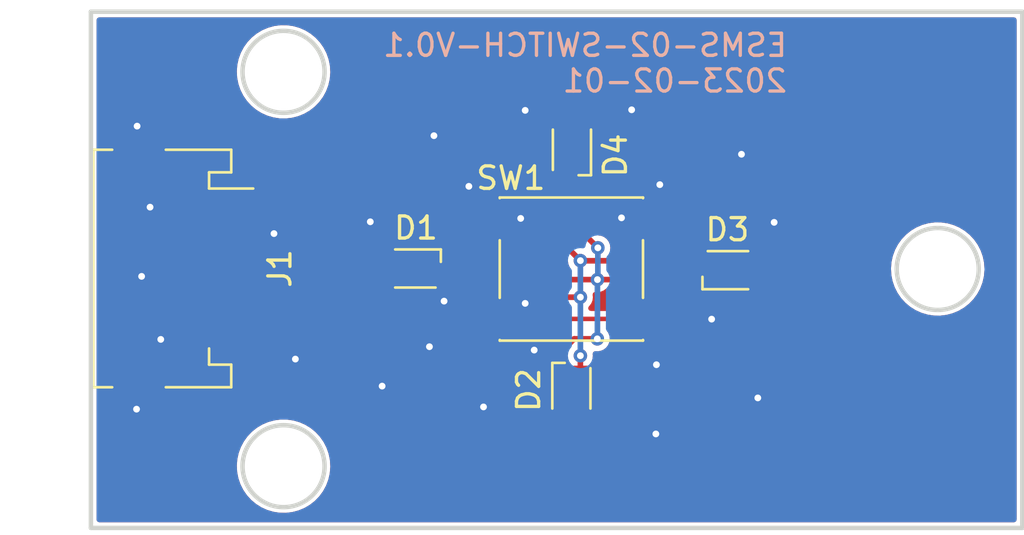
<source format=kicad_pcb>
(kicad_pcb (version 20221018) (generator pcbnew)
  (title_block (title "ESMS-01-Switch") (date "2023-02-01") (rev "V0.1") (company "ESMS-01-Switch副板，V0.1，42x23.3x1.6mm ，FR4，2层，绿油白字，无铅喷锡"))
  (layers (0 "F.Cu" signal) (31 "B.Cu" signal) (34 "B.Paste" user) (35 "F.Paste" user) (36 "B.SilkS" user "B.Silkscreen") (37 "F.SilkS" user "F.Silkscreen") (38 "B.Mask" user) (39 "F.Mask" user) (44 "Edge.Cuts" user))
  (net 0 "")
  (net 1 "+3V3")
  (net 2 "/RED")
  (net 3 "/BLUE")
  (net 4 "GND")
  (net 5 "/START")
  (footprint "Ovo_Connector_JST:JST_ZH_S5B-ZR-SM4-TF_1x05-1MP_P1.50mm_Horizontal" (layer "F.Cu") (at 136.781225 88.646237 -90)
    (fp_text reference "J1" (at 0 -4.25 90) (layer "F.SilkS"))
    (fp_text value "ZH1.5MM/5AWSMT")
    (fp_line (start -5.36 -2.06) (end -4.34 -2.06) (stroke (width 0.12)) (layer "F.SilkS"))
    (fp_line (start -5.36 0.89) (end -5.36 -2.06) (stroke (width 0.12)) (layer "F.SilkS"))
    (fp_line (start -5.36 3.31) (end -5.36 4.16) (stroke (width 0.12)) (layer "F.SilkS"))
    (fp_line (start -5.36 4.16) (end 5.36 4.16) (stroke (width 0.12)) (layer "F.SilkS"))
    (fp_line (start -4.34 -2.06) (end -4.34 -1.06) (stroke (width 0.12)) (layer "F.SilkS"))
    (fp_line (start -4.34 -1.06) (end -3.61 -1.06) (stroke (width 0.12)) (layer "F.SilkS"))
    (fp_line (start -3.61 -1.06) (end -3.61 -3.05) (stroke (width 0.12)) (layer "F.SilkS"))
    (fp_line (start 4.34 -2.06) (end 4.34 -1.06) (stroke (width 0.12)) (layer "F.SilkS"))
    (fp_line (start 4.34 -1.06) (end 3.61 -1.06) (stroke (width 0.12)) (layer "F.SilkS"))
    (fp_line (start 5.36 -2.06) (end 4.34 -2.06) (stroke (width 0.12)) (layer "F.SilkS"))
    (fp_line (start 5.36 0.89) (end 5.36 -2.06) (stroke (width 0.12)) (layer "F.SilkS"))
    (fp_line (start 5.36 4.16) (end 5.36 3.31) (stroke (width 0.12)) (layer "F.SilkS"))
    (pad "1" smd roundrect (at -3 -1.65 270) (size 0.7 2.8) (layers "F.Cu" "F.Paste" "F.Mask") (net 4 "GND"))
    (pad "2" smd roundrect (at -1.5 -1.65 270) (size 0.7 2.8) (layers "F.Cu" "F.Paste" "F.Mask") (net 5 "/START"))
    (pad "3" smd roundrect (at 0 -1.65 270) (size 0.7 2.8) (layers "F.Cu" "F.Paste" "F.Mask") (net 1 "+3V3"))
    (pad "4" smd roundrect (at 1.5 -1.65 270) (size 0.7 2.8) (layers "F.Cu" "F.Paste" "F.Mask") (net 2 "/RED"))
    (pad "5" smd roundrect (at 3 -1.65 270) (size 0.7 2.8) (layers "F.Cu" "F.Paste" "F.Mask") (net 3 "/BLUE"))
    (pad "MP" smd roundrect (at -4.95 2.1 270) (size 1.1 1.9) (layers "F.Cu" "F.Paste" "F.Mask") (roundrect_rratio 0.2272727273) (net 4 "GND"))
    (pad "MP" smd roundrect (at 4.95 2.1 270) (size 1.1 1.9) (layers "F.Cu" "F.Paste" "F.Mask") (roundrect_rratio 0.2272727273) (net 4 "GND"))
  )
  (footprint "Ovo_LED_SMD:LED_Dual_1.6x1.5mm" (layer "F.Cu") (at 161.240425 88.722437 180)
    (fp_text reference "D3" (at 0.0254 1.8288 unlocked) (layer "F.SilkS"))
    (fp_text value "LED_Dual_Red_Blue_AKAK")
    (fp_line (start -0.91 -0.86) (end 1.15 -0.86) (stroke (width 0.12)) (layer "F.SilkS"))
    (fp_line (start -0.91 0.86) (end 0.91 0.86) (stroke (width 0.12)) (layer "F.SilkS"))
    (fp_line (start 1.15 -0.86) (end 1.15 -0.3) (stroke (width 0.12)) (layer "F.SilkS"))
    (pad "1" smd rect (at -0.625 0.425 180) (size 0.8 0.65) (layers "F.Cu" "F.Paste" "F.Mask") (net 1 "+3V3"))
    (pad "2" smd rect (at 0.625 0.425 180) (size 0.8 0.65) (layers "F.Cu" "F.Paste" "F.Mask") (net 2 "/RED"))
    (pad "3" smd rect (at -0.625 -0.425 180) (size 0.8 0.65) (layers "F.Cu" "F.Paste" "F.Mask") (net 1 "+3V3"))
    (pad "4" smd rect (at 0.625 -0.425 180) (size 0.8 0.65) (layers "F.Cu" "F.Paste" "F.Mask") (net 3 "/BLUE"))
  )
  (footprint "Button_Switch_SMD:SW_Push_1P1T_NO_6x6mm_H9.5mm" (layer "F.Cu") (at 154.179225 88.671637)
    (fp_text reference "SW1" (at -2.730398 -4.104208) (layer "F.SilkS") (effects (font (size 1.016 1.016))))
    (fp_text value "6x6x5.0mm/250gf")
    (fp_line (start -3.23 -3.23) (end 3.23 -3.23) (stroke (width 0.12)) (layer "F.SilkS"))
    (fp_line (start -3.23 -3.2) (end -3.23 -3.23) (stroke (width 0.12)) (layer "F.SilkS"))
    (fp_line (start -3.23 -1.3) (end -3.23 1.3) (stroke (width 0.12)) (layer "F.SilkS"))
    (fp_line (start -3.23 3.23) (end -3.23 3.2) (stroke (width 0.12)) (layer "F.SilkS"))
    (fp_line (start -3.23 3.23) (end 3.23 3.23) (stroke (width 0.12)) (layer "F.SilkS"))
    (fp_line (start 3.23 -3.23) (end 3.23 -3.2) (stroke (width 0.12)) (layer "F.SilkS"))
    (fp_line (start 3.23 -1.3) (end 3.23 1.3) (stroke (width 0.12)) (layer "F.SilkS"))
    (fp_line (start 3.23 3.23) (end 3.23 3.2) (stroke (width 0.12)) (layer "F.SilkS"))
    (pad "1" smd rect (at -3.975 -2.25) (size 1.55 1.3) (layers "F.Cu" "F.Paste" "F.Mask") (net 4 "GND"))
    (pad "1" smd rect (at 3.975 -2.25) (size 1.55 1.3) (layers "F.Cu" "F.Paste" "F.Mask") (net 4 "GND"))
    (pad "2" smd rect (at -3.975 2.25) (size 1.55 1.3) (layers "F.Cu" "F.Paste" "F.Mask") (net 5 "/START"))
    (pad "2" smd rect (at 3.975 2.25) (size 1.55 1.3) (layers "F.Cu" "F.Paste" "F.Mask") (net 5 "/START"))
  )
  (footprint "Ovo_LED_SMD:LED_Dual_1.6x1.5mm" (layer "F.Cu") (at 154.204625 83.286837 -90)
    (fp_text reference "D4" (at 0.254 -1.9558 90 unlocked) (layer "F.SilkS"))
    (fp_text value "LED_Dual_Red_Blue_AKAK")
    (fp_line (start -0.91 -0.86) (end 1.15 -0.86) (stroke (width 0.12)) (layer "F.SilkS"))
    (fp_line (start -0.91 0.86) (end 0.91 0.86) (stroke (width 0.12)) (layer "F.SilkS"))
    (fp_line (start 1.15 -0.86) (end 1.15 -0.3) (stroke (width 0.12)) (layer "F.SilkS"))
    (pad "1" smd rect (at -0.625 0.425 270) (size 0.8 0.65) (layers "F.Cu" "F.Paste" "F.Mask") (net 1 "+3V3"))
    (pad "2" smd rect (at 0.625 0.425 270) (size 0.8 0.65) (layers "F.Cu" "F.Paste" "F.Mask") (net 2 "/RED"))
    (pad "3" smd rect (at -0.625 -0.425 270) (size 0.8 0.65) (layers "F.Cu" "F.Paste" "F.Mask") (net 1 "+3V3"))
    (pad "4" smd rect (at 0.625 -0.425 270) (size 0.8 0.65) (layers "F.Cu" "F.Paste" "F.Mask") (net 3 "/BLUE"))
  )
  (footprint "Ovo_LED_SMD:LED_Dual_1.6x1.5mm" (layer "F.Cu") (at 147.143425 88.646237)
    (fp_text reference "D1" (at 0.0254 -1.8288 unlocked) (layer "F.SilkS"))
    (fp_text value "LED_Dual_Red_Blue_AKAK")
    (fp_line (start -0.91 -0.86) (end 1.15 -0.86) (stroke (width 0.12)) (layer "F.SilkS"))
    (fp_line (start -0.91 0.86) (end 0.91 0.86) (stroke (width 0.12)) (layer "F.SilkS"))
    (fp_line (start 1.15 -0.86) (end 1.15 -0.3) (stroke (width 0.12)) (layer "F.SilkS"))
    (pad "1" smd rect (at -0.625 0.425) (size 0.8 0.65) (layers "F.Cu" "F.Paste" "F.Mask") (net 1 "+3V3"))
    (pad "2" smd rect (at 0.625 0.425) (size 0.8 0.65) (layers "F.Cu" "F.Paste" "F.Mask") (net 2 "/RED"))
    (pad "3" smd rect (at -0.625 -0.425) (size 0.8 0.65) (layers "F.Cu" "F.Paste" "F.Mask") (net 1 "+3V3"))
    (pad "4" smd rect (at 0.625 -0.425) (size 0.8 0.65) (layers "F.Cu" "F.Paste" "F.Mask") (net 3 "/BLUE"))
  )
  (footprint "Ovo_LED_SMD:LED_Dual_1.6x1.5mm" (layer "F.Cu") (at 154.179225 94.056437 90)
    (fp_text reference "D2" (at -0.0762 -1.9304 90 unlocked) (layer "F.SilkS"))
    (fp_text value "LED_Dual_Red_Blue_AKAK")
    (fp_line (start -0.91 -0.86) (end 1.15 -0.86) (stroke (width 0.12)) (layer "F.SilkS"))
    (fp_line (start -0.91 0.86) (end 0.91 0.86) (stroke (width 0.12)) (layer "F.SilkS"))
    (fp_line (start 1.15 -0.86) (end 1.15 -0.3) (stroke (width 0.12)) (layer "F.SilkS"))
    (pad "1" smd rect (at -0.625 0.425 90) (size 0.8 0.65) (layers "F.Cu" "F.Paste" "F.Mask") (net 1 "+3V3"))
    (pad "2" smd rect (at 0.625 0.425 90) (size 0.8 0.65) (layers "F.Cu" "F.Paste" "F.Mask") (net 2 "/RED"))
    (pad "3" smd rect (at -0.625 -0.425 90) (size 0.8 0.65) (layers "F.Cu" "F.Paste" "F.Mask") (net 1 "+3V3"))
    (pad "4" smd rect (at 0.625 -0.425 90) (size 0.8 0.65) (layers "F.Cu" "F.Paste" "F.Mask") (net 3 "/BLUE"))
  )
  (gr_circle (center 170.7 88.669) (end 172.55 88.669) (stroke (width 0.2)) (fill none) (layer "Edge.Cuts"))
  (gr_circle (center 141.2 79.769) (end 143.05 79.769) (stroke (width 0.2)) (fill none) (layer "Edge.Cuts"))
  (gr_circle (center 141.2 97.569) (end 143.05 97.569) (stroke (width 0.2)) (fill none) (layer "Edge.Cuts"))
  (gr_line (start 174.513025 77.055637) (end 132.513025 77.055637) (stroke (width 0.2)) (layer "Edge.Cuts"))
  (gr_line (start 132.513025 100.355637) (end 174.513025 100.355637) (stroke (width 0.2)) (layer "Edge.Cuts"))
  (gr_line (start 132.513025 100.355637) (end 132.513025 77.055637) (stroke (width 0.2)) (layer "Edge.Cuts"))
  (gr_line (start 174.513025 77.055637) (end 174.513025 100.355637) (stroke (width 0.2)) (layer "Edge.Cuts"))
  (gr_text "ESMS-02-SWITCH-${REVISION}\n${ISSUE_DATE}" (at 163.989825 79.376237) (layer "B.SilkS") (effects (font (size 1 1)) (justify left mirror)))
  (segment (start 146.093425 88.646237) (end 138.431225 88.646237) (width 0.508) (layer "F.Cu") (net 1))
  (segment (start 153.779625 82.661837) (end 154.629625 82.661837) (width 0.508) (layer "F.Cu") (net 1))
  (segment (start 161.865425 85.613637) (end 161.865425 88.297437) (width 0.508) (layer "F.Cu") (net 1))
  (segment (start 146.518425 89.071237) (end 146.518425 88.221237) (width 0.508) (layer "F.Cu") (net 1))
  (segment (start 154.629625 82.661837) (end 158.913625 82.661837) (width 0.508) (layer "F.Cu") (net 1))
  (segment (start 146.518425 86.426437) (end 150.283025 82.661837) (width 0.508) (layer "F.Cu") (net 1))
  (segment (start 146.518425 88.221237) (end 146.518425 86.426437) (width 0.508) (layer "F.Cu") (net 1))
  (segment (start 153.754225 94.681437) (end 154.604225 94.681437) (width 0.508) (layer "F.Cu") (net 1))
  (segment (start 161.865425 92.059837) (end 161.865425 89.147437) (width 0.508) (layer "F.Cu") (net 1))
  (segment (start 158.913625 82.661837) (end 161.865425 85.613637) (width 0.508) (layer "F.Cu") (net 1))
  (segment (start 150.283025 82.661837) (end 153.779625 82.661837) (width 0.508) (layer "F.Cu") (net 1))
  (segment (start 161.865425 89.147437) (end 161.865425 88.297437) (width 0.508) (layer "F.Cu") (net 1))
  (segment (start 159.243825 94.681437) (end 161.865425 92.059837) (width 0.508) (layer "F.Cu") (net 1))
  (segment (start 154.604225 94.681437) (end 159.243825 94.681437) (width 0.508) (layer "F.Cu") (net 1))
  (segment (start 146.518425 89.071237) (end 146.093425 88.646237) (width 0.508) (layer "F.Cu") (net 1))
  (segment (start 160.615425 88.297437) (end 154.592425 88.297437) (width 0.254) (layer "F.Cu") (net 2))
  (segment (start 153.779625 87.484637) (end 153.779625 83.911837) (width 0.254) (layer "F.Cu") (net 2))
  (segment (start 154.585625 88.290637) (end 153.779625 87.484637) (width 0.254) (layer "F.Cu") (net 2))
  (segment (start 147.768425 89.071237) (end 152.115025 89.071237) (width 0.254) (layer "F.Cu") (net 2))
  (segment (start 147.768425 89.071237) (end 146.694825 90.144837) (width 0.254) (layer "F.Cu") (net 2))
  (segment (start 138.432625 90.144837) (end 138.431225 90.146237) (width 0.254) (layer "F.Cu") (net 2))
  (segment (start 154.585625 92.583237) (end 154.585625 93.412837) (width 0.254) (layer "F.Cu") (net 2))
  (segment (start 154.585625 93.412837) (end 154.604225 93.431437) (width 0.254) (layer "F.Cu") (net 2))
  (segment (start 152.115025 89.071237) (end 152.985425 89.941637) (width 0.254) (layer "F.Cu") (net 2))
  (segment (start 152.985425 89.941637) (end 154.585625 89.941637) (width 0.254) (layer "F.Cu") (net 2))
  (segment (start 146.694825 90.144837) (end 138.432625 90.144837) (width 0.254) (layer "F.Cu") (net 2))
  (segment (start 154.592425 88.297437) (end 154.585625 88.290637) (width 0.254) (layer "F.Cu") (net 2))
  (via (at 154.585625 92.583237) (size 0.6096) (drill 0.3048) (layers "F.Cu" "B.Cu") (net 2))
  (via (at 154.585625 89.941637) (size 0.6096) (drill 0.3048) (layers "F.Cu" "B.Cu") (net 2))
  (via (at 154.585625 88.290637) (size 0.6096) (drill 0.3048) (layers "F.Cu" "B.Cu") (net 2))
  (segment (start 154.585625 88.290637) (end 154.585625 89.941637) (width 0.254) (layer "B.Cu") (net 2))
  (segment (start 154.585625 89.941637) (end 154.585625 92.583237) (width 0.254) (layer "B.Cu") (net 2))
  (segment (start 153.701625 89.147437) (end 152.775425 88.221237) (width 0.254) (layer "F.Cu") (net 3))
  (segment (start 154.629625 83.911837) (end 154.629625 86.970337) (width 0.254) (layer "F.Cu") (net 3))
  (segment (start 154.629625 86.970337) (end 155.373025 87.713737) (width 0.254) (layer "F.Cu") (net 3))
  (segment (start 153.754225 92.386837) (end 153.754225 93.431437) (width 0.254) (layer "F.Cu") (net 3))
  (segment (start 138.484825 91.592637) (end 138.431225 91.646237) (width 0.254) (layer "F.Cu") (net 3))
  (segment (start 155.347625 91.821237) (end 154.306225 91.821237) (width 0.254) (layer "F.Cu") (net 3))
  (segment (start 153.747425 92.380037) (end 153.754225 92.386837) (width 0.254) (layer "F.Cu") (net 3))
  (segment (start 146.899425 93.431437) (end 145.060625 91.592637) (width 0.254) (layer "F.Cu") (net 3))
  (segment (start 153.754225 93.431437) (end 146.899425 93.431437) (width 0.254) (layer "F.Cu") (net 3))
  (segment (start 145.060625 91.592637) (end 138.484825 91.592637) (width 0.254) (layer "F.Cu") (net 3))
  (segment (start 160.615425 89.147437) (end 155.354425 89.147437) (width 0.254) (layer "F.Cu") (net 3))
  (segment (start 155.354425 89.147437) (end 153.701625 89.147437) (width 0.254) (layer "F.Cu") (net 3))
  (segment (start 154.306225 91.821237) (end 153.747425 92.380037) (width 0.254) (layer "F.Cu") (net 3))
  (segment (start 147.768425 88.221237) (end 152.775425 88.221237) (width 0.254) (layer "F.Cu") (net 3))
  (via (at 155.354425 89.147437) (size 0.6096) (drill 0.3048) (layers "F.Cu" "B.Cu") (net 3))
  (via (at 155.373025 87.713737) (size 0.6096) (drill 0.3048) (layers "F.Cu" "B.Cu") (net 3))
  (via (at 155.347625 91.821237) (size 0.6096) (drill 0.3048) (layers "F.Cu" "B.Cu") (net 3))
  (segment (start 155.373025 87.713737) (end 155.373025 89.128837) (width 0.254) (layer "B.Cu") (net 3))
  (segment (start 155.373025 89.128837) (end 155.354425 89.147437) (width 0.254) (layer "B.Cu") (net 3))
  (segment (start 155.354425 89.147437) (end 155.354425 91.814437) (width 0.254) (layer "B.Cu") (net 3))
  (segment (start 155.354425 91.814437) (end 155.347625 91.821237) (width 0.254) (layer "B.Cu") (net 3))
  (via (at 145.644825 93.954837) (size 0.6096) (drill 0.3048) (layers "F.Cu" "B.Cu") (net 4))
  (via (at 156.439825 86.360237) (size 0.6096) (drill 0.3048) (layers "F.Cu" "B.Cu") (net 4))
  (via (at 156.897025 81.483437) (size 0.6096) (drill 0.3048) (layers "F.Cu" "B.Cu") (net 4))
  (via (at 150.216825 94.894637) (size 0.6096) (drill 0.3048) (layers "F.Cu" "B.Cu") (net 4))
  (via (at 158.014625 92.989637) (size 0.6096) (drill 0.3048) (layers "F.Cu" "B.Cu") (net 4))
  (via (at 141.733225 92.735637) (size 0.6096) (drill 0.3048) (layers "F.Cu" "B.Cu") (net 4))
  (via (at 134.595825 82.220037) (size 0.6096) (drill 0.3048) (layers "F.Cu" "B.Cu") (net 4))
  (via (at 140.768025 87.071437) (size 0.6096) (drill 0.3048) (layers "F.Cu" "B.Cu") (net 4))
  (via (at 149.556425 84.937837) (size 0.6096) (drill 0.3048) (layers "F.Cu" "B.Cu") (net 4))
  (via (at 151.893225 86.385637) (size 0.6096) (drill 0.3048) (layers "F.Cu" "B.Cu") (net 4))
  (via (at 152.502825 92.329237) (size 0.6096) (drill 0.3048) (layers "F.Cu" "B.Cu") (net 4))
  (via (at 135.662625 91.846637) (size 0.6096) (drill 0.3048) (layers "F.Cu" "B.Cu") (net 4))
  (via (at 134.799025 89.001837) (size 0.6096) (drill 0.3048) (layers "F.Cu" "B.Cu") (net 4))
  (via (at 160.503825 90.932237) (size 0.6096) (drill 0.3048) (layers "F.Cu" "B.Cu") (net 4))
  (via (at 145.111425 86.538037) (size 0.6096) (drill 0.3048) (layers "F.Cu" "B.Cu") (net 4))
  (via (at 161.850025 83.490037) (size 0.6096) (drill 0.3048) (layers "F.Cu" "B.Cu") (net 4))
  (via (at 152.096425 90.221037) (size 0.6096) (drill 0.3048) (layers "F.Cu" "B.Cu") (net 4))
  (via (at 163.323225 86.563437) (size 0.6096) (drill 0.3048) (layers "F.Cu" "B.Cu") (net 4))
  (via (at 152.096425 81.508837) (size 0.6096) (drill 0.3048) (layers "F.Cu" "B.Cu") (net 4))
  (via (at 134.570425 94.996237) (size 0.6096) (drill 0.3048) (layers "F.Cu" "B.Cu") (net 4))
  (via (at 148.438825 90.119437) (size 0.6096) (drill 0.3048) (layers "F.Cu" "B.Cu") (net 4))
  (via (at 157.989225 96.113837) (size 0.6096) (drill 0.3048) (layers "F.Cu" "B.Cu") (net 4))
  (via (at 147.981625 82.651837) (size 0.6096) (drill 0.3048) (layers "F.Cu" "B.Cu") (net 4))
  (via (at 162.586625 94.488237) (size 0.6096) (drill 0.3048) (layers "F.Cu" "B.Cu") (net 4))
  (via (at 158.167025 84.861637) (size 0.6096) (drill 0.3048) (layers "F.Cu" "B.Cu") (net 4))
  (via (at 147.778425 92.176837) (size 0.6096) (drill 0.3048) (layers "F.Cu" "B.Cu") (net 4))
  (via (at 135.180025 85.877637) (size 0.6096) (drill 0.3048) (layers "F.Cu" "B.Cu") (net 4))
  (segment (start 136.476825 87.146237) (end 138.431225 87.146237) (width 0.2032) (layer "F.Cu") (net 5))
  (segment (start 150.204225 90.921637) (end 136.744225 90.921637) (width 0.2032) (layer "F.Cu") (net 5))
  (segment (start 136.744225 90.921637) (end 136.069025 90.246437) (width 0.2032) (layer "F.Cu") (net 5))
  (segment (start 136.069025 87.554037) (end 136.476825 87.146237) (width 0.2032) (layer "F.Cu") (net 5))
  (segment (start 136.069025 90.246437) (end 136.069025 87.554037) (width 0.2032) (layer "F.Cu") (net 5))
  (segment (start 150.204225 90.921637) (end 158.154225 90.921637) (width 0.2032) (layer "F.Cu") (net 5))
  (zone (net 4) (net_name "GND") (layers "F&B.Cu") (connect_pads yes (clearance 0.254)) (min_thickness 0.254) (fill yes (thermal_gap 0.508) (thermal_bridge_width 0.508))
    (polygon (pts (xy 174.524625 100.406437) (xy 132.487625 100.406437) (xy 132.487625 77.063837) (xy 174.524625 77.063837)))
  )
)
</source>
